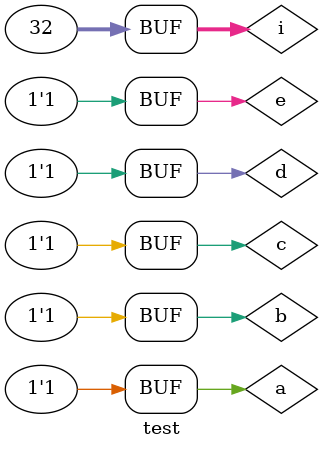
<source format=v>
module praticaI (input a, b, c, d, e,
            output z);
    assign z = ((a & b) | (c ^ d) & ~e);
       
endmodule

module test;
    reg a, b, c, d, e;
    wire z;
    integer i;
   
    praticaI u0 ( .a(a), .b(b), .c(c), .d(d), .e(e), .z(z));
   
    initial begin
        a <= 0;
        b <= 0;
        c <= 0;
        d <= 0;
        e <= 0;
       
        $monitor ("a=%0b b=%0b c=%0b d=%0b e=%0b z=%0b", a, b, c, d, e, z);
       
        for (i = 0; i < 32; i = i + 1) begin
            {a, b, c, d, e} = i;
            #10; /* Tipo um sleep */
        end
    end
endmodule


</source>
